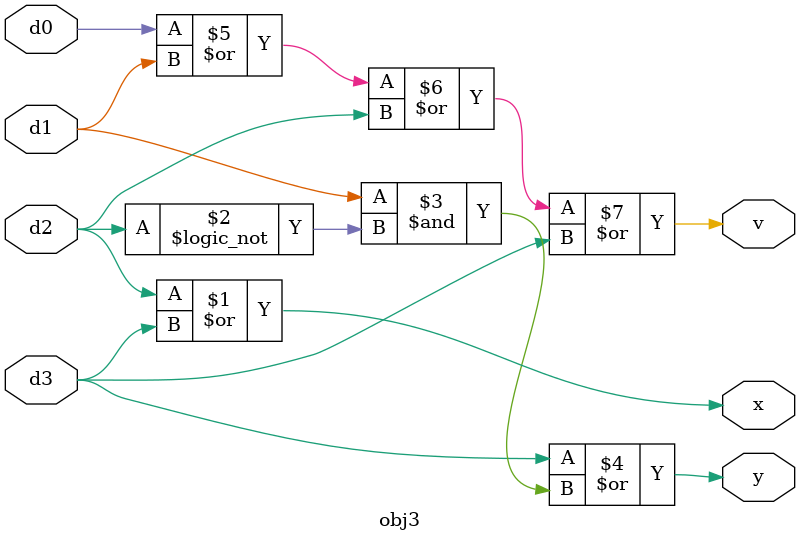
<source format=v>
module obj3(d0,d1,d2,d3,x,y,v);
input d0,d1,d2,d3;
output x,y,v;
assign x=d2|d3;
assign y=d3|(d1&(!d2));
assign v=d0|d1|d2|d3;
endmodule
</source>
